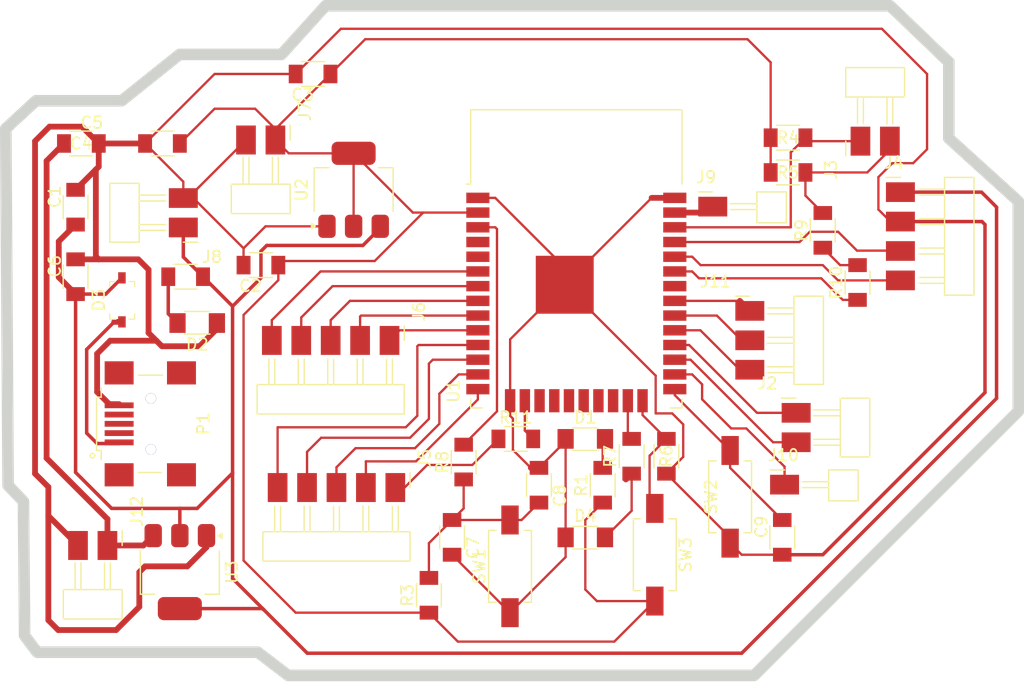
<source format=kicad_pcb>
(kicad_pcb
	(version 20241229)
	(generator "pcbnew")
	(generator_version "9.0")
	(general
		(thickness 1.6)
		(legacy_teardrops no)
	)
	(paper "A4")
	(layers
		(0 "F.Cu" signal)
		(2 "B.Cu" signal)
		(9 "F.Adhes" user "F.Adhesive")
		(11 "B.Adhes" user "B.Adhesive")
		(13 "F.Paste" user)
		(15 "B.Paste" user)
		(5 "F.SilkS" user "F.Silkscreen")
		(7 "B.SilkS" user "B.Silkscreen")
		(1 "F.Mask" user)
		(3 "B.Mask" user)
		(17 "Dwgs.User" user "User.Drawings")
		(19 "Cmts.User" user "User.Comments")
		(21 "Eco1.User" user "User.Eco1")
		(23 "Eco2.User" user "User.Eco2")
		(25 "Edge.Cuts" user)
		(27 "Margin" user)
		(31 "F.CrtYd" user "F.Courtyard")
		(29 "B.CrtYd" user "B.Courtyard")
		(35 "F.Fab" user)
		(33 "B.Fab" user)
		(39 "User.1" user)
		(41 "User.2" user)
		(43 "User.3" user)
		(45 "User.4" user)
	)
	(setup
		(pad_to_mask_clearance 0)
		(allow_soldermask_bridges_in_footprints no)
		(tenting front back)
		(pcbplotparams
			(layerselection 0x00000000_00000000_55555555_5755f5ff)
			(plot_on_all_layers_selection 0x00000000_00000000_00000000_00000000)
			(disableapertmacros no)
			(usegerberextensions no)
			(usegerberattributes yes)
			(usegerberadvancedattributes yes)
			(creategerberjobfile yes)
			(dashed_line_dash_ratio 12.000000)
			(dashed_line_gap_ratio 3.000000)
			(svgprecision 4)
			(plotframeref no)
			(mode 1)
			(useauxorigin no)
			(hpglpennumber 1)
			(hpglpenspeed 20)
			(hpglpendiameter 15.000000)
			(pdf_front_fp_property_popups yes)
			(pdf_back_fp_property_popups yes)
			(pdf_metadata yes)
			(pdf_single_document no)
			(dxfpolygonmode yes)
			(dxfimperialunits yes)
			(dxfusepcbnewfont yes)
			(psnegative no)
			(psa4output no)
			(plot_black_and_white yes)
			(plotinvisibletext no)
			(sketchpadsonfab no)
			(plotpadnumbers no)
			(hidednponfab no)
			(sketchdnponfab yes)
			(crossoutdnponfab yes)
			(subtractmaskfromsilk no)
			(outputformat 1)
			(mirror no)
			(drillshape 1)
			(scaleselection 1)
			(outputdirectory "")
		)
	)
	(net 0 "")
	(net 1 "PWR_5V")
	(net 2 "PWR_3V3")
	(net 3 "PWR_12V")
	(net 4 "EN")
	(net 5 "Boot")
	(net 6 "Net-(D1-A)")
	(net 7 "Net-(D2-A)")
	(net 8 "Net-(D3-A)")
	(net 9 "Net-(D4-A)")
	(net 10 "Rx")
	(net 11 "Tx")
	(net 12 "Rx2")
	(net 13 "Tx2")
	(net 14 "SCL")
	(net 15 "SDA")
	(net 16 "13")
	(net 17 "5")
	(net 18 "15")
	(net 19 "12")
	(net 20 "14")
	(net 21 "26")
	(net 22 "25")
	(net 23 "23")
	(net 24 "19")
	(net 25 "18")
	(net 26 "32")
	(net 27 "34")
	(net 28 "27")
	(net 29 "35")
	(net 30 "33")
	(net 31 "unconnected-(P1-NC-Pad4)")
	(net 32 "unconnected-(P1-D--Pad2)")
	(net 33 "unconnected-(P1-D+-Pad3)")
	(net 34 "Test B")
	(net 35 "Test L")
	(net 36 "unconnected-(U1-SDO{slash}SD0-Pad21)")
	(net 37 "unconnected-(U1-NC-Pad32)")
	(net 38 "unconnected-(U1-SHD{slash}SD2-Pad17)")
	(net 39 "unconnected-(U1-SCK{slash}CLK-Pad20)")
	(net 40 "unconnected-(U1-SCS{slash}CMD-Pad19)")
	(net 41 "unconnected-(U1-SENSOR_VN-Pad5)")
	(net 42 "unconnected-(U1-SWP{slash}SD3-Pad18)")
	(net 43 "unconnected-(U1-SDI{slash}SD1-Pad22)")
	(net 44 "unconnected-(U1-SENSOR_VP-Pad4)")
	(net 45 "Net-(U1-IO21)")
	(net 46 "Net-(R10-Pad2)")
	(net 47 "Net-(U1-EN)")
	(net 48 "PWR_GND")
	(net 49 "Net-(J5-Pin_1)")
	(footprint "fab:Button_CnK_PTS636.0_6x3.5mm" (layer "F.Cu") (at 114 80 90))
	(footprint "fab:R_1206" (layer "F.Cu") (at 127.5 70.5 -90))
	(footprint "fab:C_1206" (layer "F.Cu") (at 77 43.5))
	(footprint "fab:PinHeader_1x05_P2.54mm_Horizontal_SMD" (layer "F.Cu") (at 103.6 60.5 -90))
	(footprint "fab:R_1206" (layer "F.Cu") (at 138 46 180))
	(footprint "Package_TO_SOT_SMD:SOT-223-3_TabPin2" (layer "F.Cu") (at 85.5 80.5 -90))
	(footprint "fab:R_1206" (layer "F.Cu") (at 124.5 70.5 90))
	(footprint "fab:R_1206" (layer "F.Cu") (at 114.5 69))
	(footprint "fab:PinHeader_1x03_P2.54mm_Horizontal_SMD" (layer "F.Cu") (at 134.7 57.95))
	(footprint "fab:PinHeader_1x02_P2.54mm_Horizontal_SMD" (layer "F.Cu") (at 93.75 43.2 -90))
	(footprint "fab:R_1206" (layer "F.Cu") (at 122 73 90))
	(footprint "fab:R_1206" (layer "F.Cu") (at 141 51 90))
	(footprint "fab:Button_CnK_PTS636.0_6x3.5mm" (layer "F.Cu") (at 133 74 90))
	(footprint "fab:PinHeader_1x02_P2.54mm_Horizontal_SMD" (layer "F.Cu") (at 144.25 43.3 90))
	(footprint "fab:LED_1206" (layer "F.Cu") (at 87 59 180))
	(footprint "fab:PinHeader_1x01_P2.54mm_Horizontal_SMD" (layer "F.Cu") (at 137.7 72.95))
	(footprint "fab:Diode_Schottky_SOD123" (layer "F.Cu") (at 80.5 57 -90))
	(footprint "fab:C_1206" (layer "F.Cu") (at 109 77.5 -90))
	(footprint "Package_TO_SOT_SMD:SOT-223-3_TabPin2" (layer "F.Cu") (at 100.5 47.5 90))
	(footprint "fab:ESP32-WROOM-32E" (layer "F.Cu") (at 119.725 56.45))
	(footprint "fab:PinHeader_1x01_P2.54mm_Horizontal_SMD" (layer "F.Cu") (at 131.5 48.95))
	(footprint "fab:R_1206" (layer "F.Cu") (at 107 82.5 90))
	(footprint "fab:R_1206" (layer "F.Cu") (at 144 55.5 90))
	(footprint "fab:Button_CnK_PTS636.0_6x3.5mm" (layer "F.Cu") (at 126.5 79 -90))
	(footprint "fab:C_1206" (layer "F.Cu") (at 76.5 55 90))
	(footprint "fab:C_1206" (layer "F.Cu") (at 92.5 54 180))
	(footprint "fab:PinHeader_1x02_P2.54mm_Horizontal_SMD" (layer "F.Cu") (at 85.8 50.75 180))
	(footprint "fab:R_1206" (layer "F.Cu") (at 138 43 180))
	(footprint "fab:R_1206" (layer "F.Cu") (at 110 71 90))
	(footprint "fab:R_1206" (layer "F.Cu") (at 86 55 180))
	(footprint "fab:PinHeader_1x02_P2.54mm_Horizontal_SMD" (layer "F.Cu") (at 138.7 66.75))
	(footprint "fab:LED_1206" (layer "F.Cu") (at 120.5 69))
	(footprint "fab:C_1206" (layer "F.Cu") (at 76.5 49 90))
	(footprint "fab:PinHeader_1x04_P2.54mm_Horizontal_SMD" (layer "F.Cu") (at 147.7 47.7))
	(footprint "fab:PinHeader_1x05_P2.54mm_Horizontal_SMD" (layer "F.Cu") (at 104.1 73.2 -90))
	(footprint "fab:PinHeader_1x02_P2.54mm_Horizontal_SMD" (layer "F.Cu") (at 79.25 78.2 -90))
	(footprint "fab:C_1206" (layer "F.Cu") (at 84 43.5 180))
	(footprint "fab:C_1206" (layer "F.Cu") (at 116.5 73 -90))
	(footprint "fab:C_1206" (layer "F.Cu") (at 137.5 77.5 90))
	(footprint "fab:LED_1206" (layer "F.Cu") (at 120.5 77.5))
	(footprint "fab:Conn_USB_miniB_Socket_CUIDevices_UJ2-MBH-1-SMT-TR"
		(layer "F.Cu")
		(uuid "f8f65e2f-0441-46f8-883a-34f1dc1a8a23")
		(at 88.11 67.7 90)
		(descr "Micro USB B socket connector SMD")
		(tags "usb microb smd 629105136821")
		(property "Reference" "P1"
			(at 0 0 90)
			(unlocked yes)
			(layer "F.SilkS")
			(uuid "31cc7190-4677-4eda-8aa8-62bd78d5c7cc")
			(effects
				(font
					(size 1 1)
					(thickness 0.15)
				)
				(justify bottom)
			)
		)
		(property "Value" "Conn_USB_miniB_Socket_CUIDevices_UJ2-MBH-1-SMT-TR"
			(at 0 0.7 90)
			(unlocked yes)
			(layer "F.Fab")
			(uuid "a7223798-f6a1-4da9-a01d-fc9712e063af")
			(effects
				(font
					(size 1 1)
					(thickness 0.15)
				)
			)
		)
		(property "Datasheet" "https://www.cuidevices.com/product/resource/uj2-mbh-smt.pdf"
			(at 0 0 90)
			(layer "F.Fab")
			(hide yes)
			(uuid "0bb2be44-bc14-47f4-9bb8-4ab6ea6639e2")
			(effects
				(font
					(size 1.27 1.27)
					(thickness 0.15)
				)
			)
		)
		(property "Description" "CONN RCPT USB2.0 MINI B SMD R/A"
			(at 0 0 90)
			(layer "F.Fab")
			(hide yes)
			(uuid "044dee46-adec-4f4e-8be1-14940e4d563a")
			(effects
				(font
					(size 1.27 1.27)
					(thickness 0.15)
				)
			)
		)
		(property ki_fp_filters "*CUIDevices?UJ2?MBH?1?SMT?TR*")
		(path "/4fb93d0f-c5f0-406c-818b-34157a242b60")
		(sheetname "/")
		(sheetfile "ESP32 personal board.kicad_sch")
		(attr smd)
		(fp_line
			(start 2.3 -9.8)
			(end 2.3 -9.4)
			(stroke
				(width 0.12)
				(type default)
			)
			(layer "F.SilkS")
			(uuid "36e62bd2-dea1-40cb-bc0b-c46cc6bb135d")
		)
		(fp_line
			(start -2.3 -9.8)
			(end 2.3 -9.8)
			(stroke
				(width 0.12)
				(type default)
			)
			(layer "F.SilkS")
			(uuid "f2bd713e-5c20-43a8-a43d-380680918ef3")
		)
		(fp_line
			(start 2.3 -9.4)
			(end 3.1 -9.4)
			(stroke
				(width 0.12)
				(type default)
			)
			(layer "F.SilkS")
			(uuid "b582aaf6-cea3-4bc0-a89f-3057e797ef53")
		)
		(fp_line
			(start -2.3 -9.4)
			(end -2.3 -9.8)
			(stroke
				(width 0.12)
				(type default)
			)
			(layer "F.SilkS")
			(uuid "5e0a674e-9e63-4b3f-ab18-9260a10e78ef")
		)
		(fp_line
			(start -3.1 -9.4)
			(end -2.3 -9.4)
			(stroke
				(width 0.12)
				(type default)
			)
			(layer "F.SilkS")
			(uuid "d5764044-9397-41bc-982a-27802cdd2c5b")
		)
		(fp_line
			(start 4.2 -6.2)
			(end 4.2 -4.1)
			(stroke
				(width 0.12)
				(type default)
			)
			(layer "F.SilkS")
			(uuid "d7c179c7-f0dc-4f6c-8b3d-6ed8ae020018")
		)
		(fp_line
			(start -4.2 -6.2)
			(end -4.2 -4.2)
			(stroke
				(width 0.12)
				(type default)
			)
			(layer "F.SilkS")
			(uuid "23a2f3e5-577a-4715-9e28-c26c8d67a2ff")
		)
		(fp_circle
			(center -2.75 -10.15)
			(end -2.75 -9.95)
			(stroke
				(width 0.12)
				(type default)
			)
			(fill no)
			(layer "F.SilkS")
			(uuid "7f2b8500-067c-4413-abee-72a8288f0100")
		)
		(fp_rect
			(start -5.6 -9.3)
			(end 5.6 0)
			(stroke
				(width 0.05)
				(type default)
			)
			(fill no)
			(layer "F.CrtYd")
			(uuid "6baeb0dc-4034-4513-9270-a66302577dcd")
		)
		(fp_line
			(start 1.8 -9)
			(end 1.8 -8.8)
			(stroke
				(width 0.1)
				(type default)
			)
			(layer "F.Fab")
			(uuid "d150ac9e-de73-48cd-be9e-3fc4a7ee6e51")
		)
		(fp_line
			(start 1.4 -9)
			(end 1.8 -9)
			(stroke
				(width 0.1)
				(type default)
			)
			(layer "F.Fab")
			(uuid "e1bac948-005e-4599-85f2-68ad0d2a2155")
		)
		(fp_line
			(start 1 -9)
			(end 1 -8.8)
			(stroke
				(width 0.1)
				(type default)
			)
			(layer "F.Fab")
			(uuid "d153e9c6-b40c-44dc-97d3-ced455bdd9b0")
		)
		(fp_line
			(start 0.6 -9)
			(end 1 -9)
			(stroke
				(width 0.1)
				(type default)
			)
			(layer "F.Fab")
			(uuid "b19d8ba8-cf70-4e4a-ae73-230c7c5f4b6c")
		)
		(fp_line
			(start 0.2 -9)
			(end 0.2 -8.8)
			(stroke
				(width 0.1)
				(type default)
			)
			(layer "F.Fab")
			(uuid "ea025769-7e27-4438-8eb8-954bcc5b63bb")
		)
		(fp_line
			(start -0.2 -9)
			(end 0.2 -9)
			(stroke
				(width 0.1)
				(type default)
			)
			(layer "F.Fab")
			(uuid "c84819fa-63cc-448e-877e-d0c879683074")
		)
		(fp_line
			(start -0.6 -9)
			(end -0.6 -8.8)
			(stroke
				(width 0.1)
				(type default)
			)
			(layer "F.Fab")
			(uuid "24e786de-e807-415a-88a3-cdb15b4549aa")
		)
		(fp_line
			(start -1 -9)
			(end -0.6 -9)
			(stroke
				(width 0.1)
				(type default)
			)
			(layer "F.Fab")
			(uuid "56c4bf73-dde4-4f1e-85c4-63301f7a4e27")
		)
		(fp_line
			(start -1.4 -9)
			(end -1.4 -8.8)
			(stroke
				(width 0.1)
				(type default)
			)
			(layer "F.Fab")
			(uuid "e0573cfc-058f-48d3-b788-5afabac67652")
		)
		(fp_line
			(start -1.8 -9)
			(end -1.4 -9)
			(stroke
				(width 0.1)
				(type default)
			)
			(layer "F.Fab")
			(uuid "2b1db6d2-6bec-40d0-b3d9-281a6805beb1")
		)
		(fp_line
			(start 3.8 -8.8)
			(end 3.8 0.7)
			(stroke
				(width 0.1)
				(type default)
			)
			(layer "F.Fab")
			(uuid "2bfdfdcf-b24c-4f18-ada5-0e920e7cb524")
		)
		(fp_line
			(start 1.8 -8.8)
			(end 3.8 -8.8)
			(stroke
				(width 0.1)
				(type default)
			)
			(layer "F.Fab")
			(uuid "7a2fe01f-9c69-4f98-ad7c-220bfaba1cc0")
		)
		(fp_line
			(start 1.4 -8.8)
			(end 1.4 -9)
			(stroke
				(width 0.1)
				(type default)
			)
			(layer "F.Fab")
			(uuid "a6d4eefa-ebf6-46e4-898c-6d2f761eade2")
		)
		(fp_line
			(start 1 -8.8)
			(end 1.4 -8.8)
			(stroke
				(width 0.1)
				(type default)
			)
			(layer "F.Fab")
			(uuid "c301b204-321e-492d-81c1-1a85499c43d7")
		)
		(fp_line
			(start 0.6 -8.8)
			(end 0.6 -9)
			(stroke
				(width 0.1)
				(type default)
			)
			(layer "F.Fab")
			(uuid "cdba4aee-3e02-4bb4-8db0-770e91753a06")
		)
		(fp_line
			(start 0.2 -8.8)
			(end 0.6 -8.8)
			(stroke
				(width 0.1)
				(type default)
			)
			(layer "F.Fab")
			(uuid "28f5a7bc-3adf-47e4-ae36-d8960e7eebbb")
		)
		(fp_line
			(start -0.2 -8.8)
			(end -0.2 -9)
			(stroke
				(width 0.1)
				(type default)
			)
			(layer "F.Fab")
			(uuid "50bbd6aa-96b0-4bf9-83fe-89a51d1b7c75")
		)
		(fp_line
			(start -0.6 -8.8)
			(end -0.2 -8.8)
			(stroke
				(width 0.1)
				(type default)
			)
			(layer "F.Fab")
			(uuid "8d3950d4-a427-4f12-a04a-793481ccfb1f")
		)
		(fp_line
			(start -1 -8.8)
			(end -1 -9)
			(stroke
				(width 0.1)
				(type default)
			)
			(layer "F.Fab")
			(uuid "814fa05b-4147-4a2c-98a6-237ac22dd53a")
		)
		(fp_line
			(start -1.4 -8.8)
			(end -1 -8.8)
			(stroke
				(width 0.1)
				(type default)
			)
			(layer "F.Fab")
			(uuid "c9c32aec-f511-4056-ac15-4afe78a46a2e")
		)
		(fp_line
			(start -1.8 -8.8)
			(end -1.8 -9)
			(stroke
				(width 0.1)
				(type default)
			)
			(layer "F.Fab")
			(uuid "77e11c67-8b90-471f-bddc-81f7e040f575")
		)
		(fp_line
			(start -3.8 -8.8)
			(end -1.8 -8.8)
			(stroke
				(width 0.1)
				(type default)
			)
			(layer "F.Fab")
			(uuid "cb2f66d2-0c62-467f-8754-37d0bdf50a7f")
		)
		(fp_line
			(start -6.6 0)
			(end 10.05 0)
			(stroke
				(width 0.1)
				(type default)
			)
			(layer "F.Fab")
			(uuid "e2351e98-2fa7-4bf7-9927-93785bb8775a")
		)
		(fp_line
			(start 3.8 0.7)
			(end -3.8 0.7)
			(stroke
				(width 0.1)
				(type default)
			)
			(layer "F.Fab")
			(uuid "d0b87124-b596-41f4-a219-5a77c6f8e741")
		)
		(fp_line
			(start -3.8 0.7)
			(end -3.8 -8.8)
			(stroke
				(width 0.1)
				(type default)
			)
			(layer "F.Fab")
			(uuid "1662cff8-2e74-46ea-bef9-3fb73e64d51f")
		)
		(fp_text user "${REFERENCE}"
			(at 0 0 90)
			(unlocked yes)
			(layer "F.Fab")
			(uuid "a64166e2-7795-41de-865e-d52fd26e090c")
			(effects
				(font
					(size 1 1)
					(thickness 0.15)
				)
			)
		)
		(fp_text user "BRD EDGE"
			(at 0 0 90)
			(unlocked yes)
			(layer "F.Fab")
			(uuid "c613e1ec-2a7a-483d-a51c-577efb0149dc")
			(effects
				(font
					(size 0.5 0.5)
					(thickness 0.075)
				)
				(justify left bottom)
			)
		)
		(pad "" smd rect
			(at -3.4 -7.85 90)
			(size 2 2.5)
			(drill
				(offset -1 0)
			)
			(layers "F.Cu" "F.Mask" "F.Paste")
			(thermal_bridge_angle 45)
			(uuid "321343e6-d798-49dc-9482-9f351ddeea1e")
		)
		(pad "" smd rect
			(at -3.4 -2.47 90)
			(size 2 2.5)
			(drill
				(offset -1 0)
			)
			(layers "F.Cu" "F.Mask" "F.Paste")
			(thermal_bridge_angle 45)
			(uuid "168cf3dd-c7af-4221-b052-d3af674276c2")
		)
		(pad "" thru_hole circle
			(at -2.2 -5.11 90)
			(size 0.91 0.91)
			(drill 0.9)
			(layers "*.Cu" "*.Mask")
			(remove_unused_layers no)
			(uuid "8b170cac-156c-4c45-b627-c1e8ddf1496b")
		)
		(pad "" thru_hole circle
			(at 2.2 -5.11 90)
			(size 0.91 0.91)
			(drill 0.9)
			(layers "*.Cu" "*.Mask")
			(remove_unused_layers no)
			(uuid "e37aacd6-7a11-4667-99b0-b6f58cc93509")
		)
		(pad "" smd rect
			(at 3.4 -7.85 90)
			(size 2 2.5)
			(drill
				(offset 1 0)
			)
			(layers "F.Cu" "F.Mask" "F.Paste")
			(thermal_bridge_angle 45)
			(uuid "20fad0e8-5be6-40e5-9f3b-94cbde18898f")
		)
		(pad "" smd rect
			(at 3.4 -2.47 90)
			(size 2 2.5)
			(drill
				(offset 1 0)
			)
			(layers "F.Cu" "F.Mask" "F.Paste")
			(thermal_bridge_angle 45)
			(uuid "b4fac0e3-f797-49b4-9889-3b168fd52b15")
		)
		(pad "1" smd rect
			(at -1.6 -7.85 90)
			(size 0.5 2.5)
			(layers "F.Cu" "F.Mask" "F.Paste")
			(net 8 "Net-(D3-A)")
			(pinfunction "VBUS")
			(pintype "power_in")
			(thermal_bridge_angle 45)
			(uuid "2d6f7185-a16b-4862-9277-7fa115ad2cc6")
		)
		(pad "2" smd rect
			(at -0.8 -7.85 90)
			(size 0.5 2.5)
			(layers "F.Cu" "F.Mask" "F.Paste")
			(net 32 "unconnected-(P1-D--Pad2)")
			(pinfunction "D-")
			(pintype "bidirectional+no_connect")
			(thermal_bridge_angle 45)
			(uuid "63ad6738-bce7-4f95-9f20-791801de411a")
		)
		(pad "3" smd rect
			(at 0 -7.85 90)
			(size 0.5 2.5)
			(layers "F.Cu" "F.Mask" "F.Paste")
			(net 33 "unconnected-(P1-D+-Pad3)")
			(pinfunction "D+")
			(pintype "bidirectional+no_connect")
			(thermal_bridge_angle 45)
			(uuid "f8de2a84-e46c-4815-a776-c0807b6602ba")
		)
		(pad "4" smd rect
			(at 0.8 -7.85 90)
			(size 0.5 2.5)
			(layers "F.Cu" "F.Mask" "F.Paste")
			(net 31 "unconnected-(P1-NC-Pad4)")
			(pinfunction "NC")
			(pintype "no_connect")
			(thermal_bridge_angle 45)
			(uuid "46580393-9317-4276-b2bf-dbf9ef79abb6")
		)
		(pad "5" smd rect
			(at 1.6 -7.85 90)
			(size 0.5 2.5)
			(layers "F.Cu" "F.Mask" "F.Paste")
			(net 48 "PWR_GND")
			(pinfunction "GND")
			(pintype "power_in")
			(thermal_bridge_angle 45)
			(uuid "0a554d92-ba76-4c90-bf34-5b7cc4bf7c39")
		)
		(embedded_fonts no)
		(model "fab.3dshapes/Conn_USB_microB_Socket_WurthElektronik_629105136821"
			(offset
				(xyz 0 0 0)
			)
	
... [45598 chars truncated]
</source>
